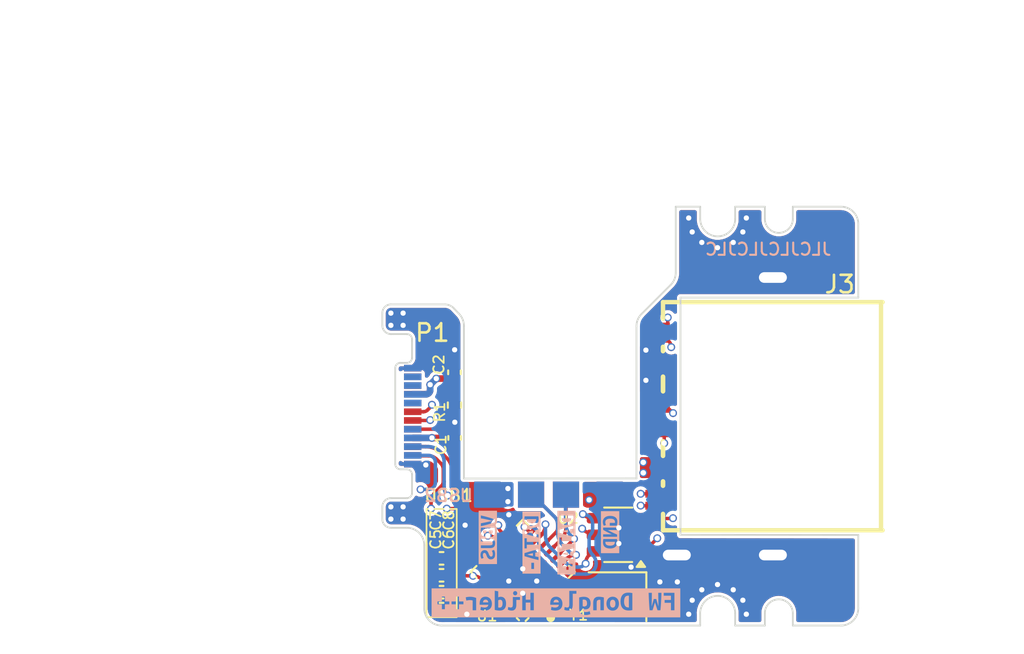
<source format=kicad_pcb>
(kicad_pcb (version 20240108) (generator "pcbnew") (generator_version "8.0")
  (layers (0 "F.Cu" signal) (1 "In1.Cu" signal) (2 "In2.Cu" signal) (31 "B.Cu" signal) (34 "B.Paste" user) (35 "F.Paste" user) (36 "B.SilkS" user "B.Silkscreen") (37 "F.SilkS" user "F.Silkscreen") (38 "B.Mask" user) (39 "F.Mask" user) (44 "Edge.Cuts" user))
  (net 0 "")
  (net 1 "VBUS")
  (net 2 "GND")
  (net 3 "Net-(U1-VDD33)")
  (net 6 "RX+")
  (net 7 "Net-(P1-D+)")
  (net 8 "RX-")
  (net 10 "TX+")
  (net 11 "Net-(P1-D-)")
  (net 12 "Net-(P1-CC)")
  (net 19 "TX-")
  (net 20 "Net-(U1-DP1+)")
  (net 23 "Net-(U1-DP3+)")
  (net 26 "Net-(U1-XO)")
  (net 27 "Net-(U1-DM1-)")
  (net 29 "Net-(U1-XI)")
  (net 30 "Net-(U1-DM3-)")
  (net 33 "Net-(U1-DM2-)")
  (net 35 "Net-(U1-DP2+)")
  (net 36 "Net-(J3-D+)")
  (net 37 "Net-(J3-D-)")
  (footprint "Capacitor_SMD:C_0402_1005Metric" (layer "F.Cu") (at 138.9775 110.86 180)
    (property "Reference" "C6" (at -0.41 2.06 90) (layer "F.SilkS") (effects (font (size 0.6 0.6) (thickness 0.1) (bold yes))))
    (property "Value" "10u")
    (pad "1" smd roundrect (at -0.48 0 180) (size 0.56 0.62) (layers "F.Cu" "F.Paste" "F.Mask") (net 3 "Net-(U1-VDD33)"))
    (pad "2" smd roundrect (at 0.48 0 180) (size 0.56 0.62) (layers "F.Cu" "F.Paste" "F.Mask") (net 2 "GND"))
  )
  (footprint "Capacitor_SMD:C_0402_1005Metric" (layer "F.Cu") (at 139.7175 99.23 90)
    (property "Reference" "C2" (at 0.44 -0.89 90) (layer "F.SilkS") (effects (font (size 0.6 0.6) (thickness 0.1) (bold yes))))
    (property "Value" "10n")
    (pad "1" smd roundrect (at -0.48 0 90) (size 0.56 0.62) (layers "F.Cu" "F.Paste" "F.Mask") (net 1 "VBUS"))
    (pad "2" smd roundrect (at 0.48 0 90) (size 0.56 0.62) (layers "F.Cu" "F.Paste" "F.Mask") (net 2 "GND"))
  )
  (footprint "Capacitor_SMD:C_0402_1005Metric" (layer "F.Cu") (at 138.9775 109.89 180)
    (property "Reference" "C5" (at 0.33 1.09 90) (layer "F.SilkS") (effects (font (size 0.6 0.6) (thickness 0.1) (bold yes))))
    (property "Value" "1u")
    (pad "1" smd roundrect (at -0.48 0 180) (size 0.56 0.62) (layers "F.Cu" "F.Paste" "F.Mask") (net 1 "VBUS"))
    (pad "2" smd roundrect (at 0.48 0 180) (size 0.56 0.62) (layers "F.Cu" "F.Paste" "F.Mask") (net 2 "GND"))
  )
  (footprint "Crystal:Crystal_SMD_2520-4Pin_2.5x2.0mm" (layer "F.Cu") (at 149.0525 112.09 180)
    (property "Reference" "Y1" (at 2.225 -1.05 0) (layer "F.SilkS") (effects (font (size 0.6 0.6) (thickness 0.1) (bold yes))))
    (property "Value" "12MHz")
    (pad "1" smd rect (at -0.875 0.7 180) (size 1.15 1) (layers "F.Cu" "F.Paste" "F.Mask") (net 29 "Net-(U1-XI)"))
    (pad "2" smd rect (at 0.875 0.7 180) (size 1.15 1) (layers "F.Cu" "F.Paste" "F.Mask") (net 2 "GND"))
    (pad "3" smd rect (at 0.875 -0.7 180) (size 1.15 1) (layers "F.Cu" "F.Paste" "F.Mask") (net 26 "Net-(U1-XO)"))
    (pad "4" smd rect (at -0.875 -0.7 180) (size 1.15 1) (layers "F.Cu" "F.Paste" "F.Mask") (net 2 "GND"))
  )
  (footprint "Library:USB_SolderPads" (layer "F.Cu") (at 145.1025 106.24 180)
    (property "Reference" "USB1" (at 5.725 -0.05 0) (layer "F.SilkS") (effects (font (size 0.7 0.7) (thickness 0.12))))
    (property "Value" "USB Dongle")
    (pad "1" smd rect (at -3.5 0 180) (size 1.5 1.5) (layers "F.Cu" "F.Mask") (net 1 "VBUS"))
    (pad "2" smd rect (at -1 0 180) (size 1.5 1.5) (layers "F.Cu" "F.Mask") (net 33 "Net-(U1-DM2-)"))
    (pad "3" smd rect (at 1 0 180) (size 1.5 1.5) (layers "F.Cu" "F.Mask") (net 35 "Net-(U1-DP2+)"))
    (pad "4" smd rect (at 3.5 0 180) (size 1.5 1.5) (layers "F.Cu" "F.Mask") (net 2 "GND"))
  )
  (footprint "Capacitor_SMD:C_0402_1005Metric" (layer "F.Cu") (at 138.9775 111.83 180)
    (property "Reference" "C7" (at 0.33 4.11 90) (layer "F.SilkS") (effects (font (size 0.6 0.6) (thickness 0.1) (bold yes))))
    (property "Value" "100n")
    (pad "1" smd roundrect (at -0.48 0 180) (size 0.56 0.62) (layers "F.Cu" "F.Paste" "F.Mask") (net 3 "Net-(U1-VDD33)"))
    (pad "2" smd roundrect (at 0.48 0 180) (size 0.56 0.62) (layers "F.Cu" "F.Paste" "F.Mask") (net 2 "GND"))
  )
  (footprint "Package_TO_SOT_SMD:SOT-23-6" (layer "F.Cu") (at 149.09 108.54 180)
    (property "Reference" "U2" (at 2.8625 0.95 0) (layer "F.SilkS") (effects (font (size 0.6 0.6) (thickness 0.1) (bold yes))))
    (property "Value" "USBLC6-2SC6")
    (pad "1" smd roundrect (at -1.1375 -0.95 180) (size 1.325 0.6) (layers "F.Cu" "F.Paste" "F.Mask") (net 37 "Net-(J3-D-)"))
    (pad "2" smd roundrect (at -1.1375 0 180) (size 1.325 0.6) (layers "F.Cu" "F.Paste" "F.Mask") (net 2 "GND"))
    (pad "3" smd roundrect (at -1.1375 0.95 180) (size 1.325 0.6) (layers "F.Cu" "F.Paste" "F.Mask") (net 36 "Net-(J3-D+)"))
    (pad "4" smd roundrect (at 1.1375 0.95 180) (size 1.325 0.6) (layers "F.Cu" "F.Paste" "F.Mask") (net 20 "Net-(U1-DP1+)"))
    (pad "5" smd roundrect (at 1.1375 0 180) (size 1.325 0.6) (layers "F.Cu" "F.Paste" "F.Mask") (net 1 "VBUS"))
    (pad "6" smd roundrect (at 1.1375 -0.95 180) (size 1.325 0.6) (layers "F.Cu" "F.Paste" "F.Mask") (net 27 "Net-(U1-DM1-)"))
  )
  (footprint "Package_DFN_QFN:QFN-24-1EP_4x4mm_P0.5mm_EP2.7x2.7mm" (layer "F.Cu") (at 143.623686 110.661581 90)
    (property "Reference" "U1" (at -2.528419 -2.046186 180) (layer "F.SilkS") (effects (font (size 0.6 0.6) (thickness 0.1) (bold yes))))
    (property "Value" "CH334F")
    (pad "1" smd roundrect (at -2.271581 0.503814 135) (size 0.825 0.25) (layers "F.Cu" "F.Paste" "F.Mask"))
    (pad "2" smd roundrect (at -1.918027 0.857367 135) (size 0.825 0.25) (layers "F.Cu" "F.Paste" "F.Mask"))
    (pad "3" smd roundrect (at -1.564474 1.21092 135) (size 0.825 0.25) (layers "F.Cu" "F.Paste" "F.Mask") (net 26 "Net-(U1-XO)"))
    (pad "4" smd roundrect (at -1.21092 1.564474 135) (size 0.825 0.25) (layers "F.Cu" "F.Paste" "F.Mask") (net 29 "Net-(U1-XI)"))
    (pad "5" smd roundrect (at -0.857367 1.918027 135) (size 0.825 0.25) (layers "F.Cu" "F.Paste" "F.Mask"))
    (pad "6" smd roundrect (at -0.503814 2.271581 135) (size 0.825 0.25) (layers "F.Cu" "F.Paste" "F.Mask"))
    (pad "7" smd roundrect (at 0.503814 2.271581 135) (size 0.25 0.825) (layers "F.Cu" "F.Paste" "F.Mask") (net 30 "Net-(U1-DM3-)"))
    (pad "8" smd roundrect (at 0.857367 1.918027 135) (size 0.25 0.825) (layers "F.Cu" "F.Paste" "F.Mask") (net 23 "Net-(U1-DP3+)"))
    (pad "9" smd roundrect (at 1.21092 1.564474 135) (size 0.25 0.825) (layers "F.Cu" "F.Paste" "F.Mask") (net 33 "Net-(U1-DM2-)"))
    (pad "10" smd roundrect (at 1.564474 1.21092 135) (size 0.25 0.825) (layers "F.Cu" "F.Paste" "F.Mask") (net 35 "Net-(U1-DP2+)"))
    (pad "11" smd roundrect (at 1.918027 0.857367 135) (size 0.25 0.825) (layers "F.Cu" "F.Paste" "F.Mask") (net 27 "Net-(U1-DM1-)"))
    (pad "12" smd roundrect (at 2.271581 0.503814 135) (size 0.25 0.825) (layers "F.Cu" "F.Paste" "F.Mask") (net 20 "Net-(U1-DP1+)"))
    (pad "13" smd roundrect (at 2.271581 -0.503814 135) (size 0.825 0.25) (layers "F.Cu" "F.Paste" "F.Mask"))
    (pad "14" smd roundrect (at 1.918027 -0.857367 135) (size 0.825 0.25) (layers "F.Cu" "F.Paste" "F.Mask") (net 11 "Net-(P1-D-)"))
    (pad "15" smd roundrect (at 1.564474 -1.21092 135) (size 0.825 0.25) (layers "F.Cu" "F.Paste" "F.Mask") (net 7 "Net-(P1-D+)"))
    (pad "16" smd roundrect (at 1.21092 -1.564474 135) (size 0.825 0.25) (layers "F.Cu" "F.Paste" "F.Mask"))
    (pad "17" smd roundrect (at 0.857367 -1.918027 135) (size 0.825 0.25) (layers "F.Cu" "F.Paste" "F.Mask"))
    (pad "18" smd roundrect (at 0.503814 -2.271581 135) (size 0.825 0.25) (layers "F.Cu" "F.Paste" "F.Mask"))
    (pad "19" smd roundrect (at -0.503814 -2.271581 135) (size 0.25 0.825) (layers "F.Cu" "F.Paste" "F.Mask") (net 1 "VBUS"))
    (pad "20" smd roundrect (at -0.857367 -1.918027 135) (size 0.25 0.825) (layers "F.Cu" "F.Paste" "F.Mask") (net 3 "Net-(U1-VDD33)"))
    (pad "21" smd roundrect (at -1.21092 -1.564474 135) (size 0.25 0.825) (layers "F.Cu" "F.Paste" "F.Mask"))
    (pad "22" smd roundrect (at -1.564474 -1.21092 135) (size 0.25 0.825) (layers "F.Cu" "F.Paste" "F.Mask"))
    (pad "23" smd roundrect (at -1.918027 -0.857367 135) (size 0.25 0.825) (layers "F.Cu" "F.Paste" "F.Mask"))
    (pad "24" smd roundrect (at -2.271581 -0.503814 135) (size 0.25 0.825) (layers "F.Cu" "F.Paste" "F.Mask"))
    (pad "25" smd rect (at 0 0 135) (size 2.7 2.7) (property pad_prop_heatsink) (layers "F.Cu" "F.Mask") (net 2 "GND"))
  )
  (footprint "Connector_USB:USB_C_Plug_Molex_105444" (layer "F.Cu") (at 137.2875 101.74 90)
    (property "Reference" "P1" (at 4.775 1.165 180) (layer "F.SilkS"))
    (property "Value" "USB_C_Plug")
    (pad "A1" smd rect (at -2.75 0.04 90) (size 0.38 1) (layers "F.Cu" "F.Paste" "F.Mask") (net 2 "GND"))
    (pad "A2" smd rect (at -2.25 0.04 90) (size 0.38 1) (layers "F.Cu" "F.Paste" "F.Mask") (net 10 "TX+"))
    (pad "A3" smd rect (at -1.75 0.04 90) (size 0.38 1) (layers "F.Cu" "F.Paste" "F.Mask") (net 19 "TX-"))
    (pad "A4" smd rect (at -1.25 0.04 90) (size 0.38 1) (layers "F.Cu" "F.Paste" "F.Mask") (net 1 "VBUS"))
    (pad "A5" smd rect (at -0.75 0.04 90) (size 0.38 1) (layers "F.Cu" "F.Paste" "F.Mask") (net 12 "Net-(P1-CC)"))
    (pad "A6" smd rect (at -0.25 0.04 90) (size 0.38 1) (layers "F.Cu" "F.Paste" "F.Mask") (net 7 "Net-(P1-D+)"))
    (pad "A7" smd rect (at 0.25 0.04 90) (size 0.38 1) (layers "F.Cu" "F.Paste" "F.Mask") (net 11 "Net-(P1-D-)"))
    (pad "A8" smd rect (at 0.75 0.04 90) (size 0.38 1) (layers "F.Cu" "F.Paste" "F.Mask"))
    (pad "A9" smd rect (at 1.25 0.04 90) (size 0.38 1) (layers "F.Cu" "F.Paste" "F.Mask") (net 1 "VBUS"))
    (pad "A10" smd rect (at 1.75 0.04 90) (size 0.38 1) (layers "F.Cu" "F.Paste" "F.Mask"))
    (pad "A11" smd rect (at 2.25 0.04 90) (size 0.38 1) (layers "F.Cu" "F.Paste" "F.Mask"))
    (pad "A12" smd rect (at 2.75 0.04 90) (size 0.38 1) (layers "F.Cu" "F.Paste" "F.Mask") (net 2 "GND"))
    (pad "B1" smd rect (at 2.75 0.04 90) (size 0.38 1) (layers "B.Cu" "B.Paste" "B.Mask") (net 2 "GND"))
    (pad "B2" smd rect (at 2.25 0.04 90) (size 0.38 1) (layers "B.Cu" "B.Paste" "B.Mask"))
    (pad "B3" smd rect (at 1.75 0.04 90) (size 0.38 1) (layers "B.Cu" "B.Paste" "B.Mask"))
    (pad "B4" smd rect (at 1.25 0.04 90) (size 0.38 1) (layers "B.Cu" "B.Paste" "B.Mask") (net 1 "VBUS"))
    (pad "B5" smd rect (at 0.75 0.04 90) (size 0.38 1) (layers "B.Cu" "B.Paste" "B.Mask"))
    (pad "B8" smd rect (at -0.75 0.04 90) (size 0.38 1) (layers "B.Cu" "B.Paste" "B.Mask"))
    (pad "B9" smd rect (at -1.25 0.04 90) (size 0.38 1) (layers "B.Cu" "B.Paste" "B.Mask") (net 1 "VBUS"))
    (pad "B10" smd rect (at -1.75 0.04 90) (size 0.38 1) (layers "B.Cu" "B.Paste" "B.Mask") (net 8 "RX-"))
    (pad "B11" smd rect (at -2.25 0.04 90) (size 0.38 1) (layers "B.Cu" "B.Paste" "B.Mask") (net 6 "RX+"))
    (pad "B12" smd rect (at -2.75 0.04 90) (size 0.38 1) (layers "B.Cu" "B.Paste" "B.Mask") (net 2 "GND"))
    (pad "S1" smd rect (at -3.42 0.88 90) (size 0.7 1.15) (layers "F.Cu" "F.Paste" "F.Mask") (net 2 "GND"))
    (pad "S1" smd rect (at 3.42 0.88 90) (size 0.7 1.15) (layers "B.Cu" "B.Paste" "B.Mask") (net 2 "GND"))
  )
  (footprint "Fiducial:Fiducial_0.5mm_Mask1.5mm" (layer "F.Cu") (at 161.5775 90.94)
    (property "Reference" "REF**" (hide yes))
    (property "Value" "Fiducial_0.5mm_Mask1.5mm")
    (pad "" smd circle (at 0 0) (size 0.5 0.5) (layers "F.Cu" "F.Mask") (clearance 0.5))
  )
  (footprint "easyeda2kicad:USB-A-SMD_HC-USB3.0-C345-P" (layer "F.Cu") (at 154.4475 101.75 90)
    (property "Reference" "J3" (at 7.56 7.33 180) (layer "F.SilkS"))
    (property "Value" "USB3_A")
    (pad "1" smd rect (at -3 -3.1 90) (size 1 1.4) (layers "F.Cu" "F.Paste" "F.Mask") (net 1 "VBUS"))
    (pad "2" smd rect (at -0.7 -3.1 90) (size 1 1.4) (layers "F.Cu" "F.Paste" "F.Mask") (net 37 "Net-(J3-D-)"))
    (pad "3" smd rect (at 0.7 -3.1 90) (size 1 1.4) (layers "F.Cu" "F.Paste" "F.Mask") (net 36 "Net-(J3-D+)"))
    (pad "4" smd rect (at 3 -3.1 90) (size 1 1.4) (layers "F.Cu" "F.Paste" "F.Mask") (net 2 "GND"))
    (pad "5" smd rect (at 5.14 -3.1 90) (size 0.45 1.4) (layers "F.Cu" "F.Paste" "F.Mask") (net 8 "RX-"))
    (pad "6" smd rect (at 4.44 -3.1 90) (size 0.45 1.4) (layers "F.Cu" "F.Paste" "F.Mask") (net 6 "RX+"))
    (pad "8" smd rect (at -4.44 -3.1 90) (size 0.45 1.4) (layers "F.Cu" "F.Paste" "F.Mask") (net 19 "TX-"))
    (pad "9" smd rect (at -5.1275 -3.1 90) (size 0.455 1.4) (layers "F.Cu" "F.Paste" "F.Mask") (net 10 "TX+"))
    (pad "10" thru_hole oval (at -7.95 -2 90) (size 1.3 2.5) (drill oval 0.6096 1.599997) (layers "*.Cu" "*.Mask") (net 2 "GND"))
    (pad "11" thru_hole oval (at -7.95 3.5 90) (size 1.3 2.5) (drill oval 0.6096 1.599997) (layers "*.Cu" "*.Mask") (net 2 "GND"))
    (pad "12" thru_hole oval (at 7.95 3.5 90) (size 1.3 2.5) (drill oval 0.6096 1.599997) (layers "*.Cu" "*.Mask") (net 2 "GND"))
  )
  (footprint "Fiducial:Fiducial_0.5mm_Mask1.5mm" (layer "F.Cu") (at 161.6275 112.54)
    (property "Reference" "REF**" (hide yes))
    (property "Value" "Fiducial_0.5mm_Mask1.5mm")
    (pad "" smd circle (at 0 0) (size 0.5 0.5) (layers "F.Cu" "F.Mask") (clearance 0.5))
  )
  (footprint "Resistor_SMD:R_0402_1005Metric" (layer "F.Cu") (at 139.7175 101.11 -90)
    (property "Reference" "R1" (at 0.405 0.85 90) (layer "F.SilkS") (effects (font (size 0.6 0.6) (thickness 0.1) (bold yes))))
    (property "Value" "5k1")
    (pad "1" smd roundrect (at -0.51 0 270) (size 0.54 0.64) (layers "F.Cu" "F.Paste" "F.Mask") (net 12 "Net-(P1-CC)"))
    (pad "2" smd roundrect (at 0.51 0 270) (size 0.54 0.64) (layers "F.Cu" "F.Paste" "F.Mask") (net 2 "GND"))
  )
  (footprint "Capacitor_SMD:C_0402_1005Metric" (layer "F.Cu") (at 139.7275 102.99 90)
    (property "Reference" "C1" (at -0.4 -0.785 90) (layer "F.SilkS") (effects (font (size 0.6 0.6) (thickness 0.1) (bold yes))))
    (property "Value" "10n")
    (pad "1" smd roundrect (at -0.48 0 90) (size 0.56 0.62) (layers "F.Cu" "F.Paste" "F.Mask") (net 1 "VBUS"))
    (pad "2" smd roundrect (at 0.48 0 90) (size 0.56 0.62) (layers "F.Cu" "F.Paste" "F.Mask") (net 2 "GND"))
  )
  (footprint "Capacitor_SMD:C_0402_1005Metric" (layer "F.Cu") (at 138.9775 112.8 180)
    (property "Reference" "C8" (at -0.41 5.08 90) (layer "F.SilkS") (effects (font (size 0.6 0.6) (thickness 0.1) (bold yes))))
    (property "Value" "1u")
    (pad "1" smd roundrect (at -0.48 0 180) (size 0.56 0.62) (layers "F.Cu" "F.Paste" "F.Mask") (net 3 "Net-(U1-VDD33)"))
    (pad "2" smd roundrect (at 0.48 0 180) (size 0.56 0.62) (layers "F.Cu" "F.Paste" "F.Mask") (net 2 "GND"))
  )
  (footprint "kibuzzard-67B71C3E" (layer "B.Cu") (at 144.1275 108.99 -90)
    (property "Reference" "kibuzzard-67B71C3E" (hide yes))
    (property "Value" "G***" (hide yes))
  )
  (footprint "kibuzzard-67B71C1E" (layer "B.Cu") (at 141.6275 108.69 -90)
    (property "Reference" "kibuzzard-67B71C1E" (hide yes))
    (property "Value" "G***" (hide yes))
  )
  (footprint "kibuzzard-67B71FEC" (layer "B.Cu") (at 145.5275 112.44 180)
    (property "Reference" "kibuzzard-67B71FEC" (hide yes))
    (property "Value" "G***" (hide yes))
  )
  (footprint "kibuzzard-67B71C39" (layer "B.Cu") (at 146.1275 108.99 -90)
    (property "Reference" "kibuzzard-67B71C39" (hide yes))
    (property "Value" "G***" (hide yes))
  )
  (footprint "kibuzzard-67B71C43" (layer "B.Cu") (at 148.6275 108.39 -90)
    (property "Reference" "kibuzzard-67B71C43" (hide yes))
    (property "Value" "G***" (hide yes))
  )
  (footprint "Library:USB_SolderPads" (layer "B.Cu") (at 145.1025 106.24)
    (property "Reference" "USB2" (at -5.725 0.05 0) (layer "B.SilkS") (effects (font (size 0.7 0.7) (thickness 0.12)) (justify mirror)))
    (property "Value" "USB Dongle")
    (pad "1" smd rect (at -3.5 0) (size 1.5 1.5) (layers "B.Cu" "B.Mask") (net 1 "VBUS"))
    (pad "2" smd rect (at -1 0) (size 1.5 1.5) (layers "B.Cu" "B.Mask") (net 30 "Net-(U1-DM3-)"))
    (pad "3" smd rect (at 1 0) (size 1.5 1.5) (layers "B.Cu" "B.Mask") (net 23 "Net-(U1-DP3+)"))
    (pad "4" smd rect (at 3.5 0) (size 1.5 1.5) (layers "B.Cu" "B.Mask") (net 2 "GND"))
  )
  (gr_circle (center 145.2275 113.29) (end 145.4275 113.29) (stroke (width 0.1)) (fill solid) (layer "F.SilkS"))
  (gr_rect (start 138.1175 107.06) (end 139.8475 113.26) (stroke (width 0.1)) (fill none) (layer "F.SilkS"))
  (gr_arc (start 139.190472 95.340001) (mid 139.468711 95.407906) (end 139.697912 95.579634) (stroke (width 0.1)) (layer "Edge.Cuts"))
  (gr_line (start 157.487461 113.74) (end 157.487461 113.04) (stroke (width 0.1)) (layer "Edge.Cuts"))
  (gr_line (start 162.8375 94.95) (end 152.6575 94.95) (stroke (width 0.1)) (layer "Edge.Cuts"))
  (gr_line (start 162.8375 108.55) (end 162.837427 112.740216) (stroke (width 0.1)) (layer "Edge.Cuts"))
  (gr_line (start 153.7875 113.74) (end 153.786318 113.086686) (stroke (width 0.1)) (layer "Edge.Cuts"))
  (gr_arc (start 137.085707 108.142407) (mid 137.730252 108.466845) (end 137.987461 109.141024) (stroke (width 0.1)) (layer "Edge.Cuts"))
  (gr_line (start 137.287461 105.092624) (end 137.287461 106.04) (stroke (width 0.1)) (layer "Edge.Cuts"))
  (gr_arc (start 157.489977 112.950131) (mid 158.330597 112.238603) (end 159.087461 113.03859) (stroke (width 0.1)) (layer "Edge.Cuts"))
  (gr_line (start 150.136393 96.587969) (end 150.1375 105.31) (stroke (width 0.1)) (layer "Edge.Cuts"))
  (gr_line (start 136.987461 108.14) (end 137.085707 108.142407) (stroke (width 0.1)) (layer "Edge.Cuts"))
  (gr_line (start 153.787461 90.441333) (end 153.787461 89.74) (stroke (width 0.1)) (layer "Edge.Cuts"))
  (gr_arc (start 137.28458 106.199091) (mid 137.178858 106.374822) (end 136.984419 106.44) (stroke (width 0.1)) (layer "Edge.Cuts"))
  (gr_line (start 136.984419 106.44) (end 136.087461 106.44) (stroke (width 0.1)) (layer "Edge.Cuts"))
  (gr_line (start 136.087411 108.14) (end 136.987461 108.14) (stroke (width 0.1)) (layer "Edge.Cuts"))
  (gr_line (start 162.8375 94.95) (end 162.837461 90.74) (stroke (width 0.1)) (layer "Edge.Cuts"))
  (gr_arc (start 135.587461 95.840006) (mid 135.710275 95.508435) (end 136.022305 95.342126) (stroke (width 0.1)) (layer "Edge.Cuts"))
  (gr_line (start 135.587461 106.940006) (end 135.587461 107.64) (stroke (width 0.1)) (layer "Edge.Cuts"))
  (gr_arc (start 137.046566 97.042882) (mid 137.2221 97.148465) (end 137.287461 97.342624) (stroke (width 0.1)) (layer "Edge.Cuts"))
  (gr_line (start 152.384846 93.519206) (end 152.384846 89.74) (stroke (width 0.1)) (layer "Edge.Cuts"))
  (gr_line (start 136.6275 104.79) (end 136.987461 104.79) (stroke (width 0.1)) (layer "Edge.Cuts"))
  (gr_line (start 138.987253 113.74) (end 153.7875 113.74) (stroke (width 0.1)) (layer "Edge.Cuts"))
  (gr_line (start 139.966832 95.865648) (end 139.6975 95.58) (stroke (width 0.1)) (layer "Edge.Cuts"))
  (gr_line (start 137.287461 97.44) (end 137.287461 98.39) (stroke (width 0.1)) (layer "Edge.Cuts"))
  (gr_line (start 159.087461 90.44) (end 159.084946 90.529846) (stroke (width 0.1)) (layer "Edge.Cuts"))
  (gr_line (start 136.627461 98.69) (end 136.568215 98.692889) (stroke (width 0.1)) (layer "Edge.Cuts"))
  (gr_line (start 136.987461 97.04) (end 137.046566 97.042882) (stroke (width 0.1)) (layer "Edge.Cuts"))
  (gr_arc (start 139.967752 95.864729) (mid 140.184365 96.189616) (end 140.259726 96.572756) (stroke (width 0.1)) (layer "Edge.Cuts"))
  (gr_arc (start 138.987253 113.739999) (mid 138.313903 113.482332) (end 137.989893 112.838261) (stroke (width 0.1)) (layer "Edge.Cuts"))
  (gr_arc (start 137.28458 98.449091) (mid 137.178858 98.624822) (end 136.984419 98.69) (stroke (width 0.1)) (layer "Edge.Cuts"))
  (gr_line (start 137.987461 112.74) (end 137.989868 112.838263) (stroke (width 0.1)) (layer "Edge.Cuts"))
  (gr_line (start 136.087461 95.34) (end 136.022305 95.342126) (stroke (width 0.1)) (layer "Edge.Cuts"))
  (gr_line (start 136.087461 106.44) (end 136.022305 106.442126) (stroke (width 0.1)) (layer "Edge.Cuts"))
  (gr_line (start 135.587461 107.64) (end 135.589599 107.705542) (stroke (width 0.1)) (layer "Edge.Cuts"))
  (gr_line (start 136.984419 98.69) (end 136.627461 98.69) (stroke (width 0.1)) (layer "Edge.Cuts"))
  (gr_line (start 136.987461 104.79) (end 137.046566 104.792882) (stroke (width 0.1)) (layer "Edge.Cuts"))
  (gr_line (start 157.487461 90.441413) (end 157.487461 89.74) (stroke (width 0.1)) (layer "Edge.Cuts"))
  (gr_line (start 155.787461 113.74) (end 157.487461 113.74) (stroke (width 0.1)) (layer "Edge.Cuts"))
  (gr_line (start 137.287461 97.342624) (end 137.287461 97.44) (stroke (width 0.1)) (layer "Edge.Cuts"))
  (gr_arc (start 135.587461 106.940006) (mid 135.710275 106.608435) (end 136.022305 106.442126) (stroke (width 0.1)) (layer "Edge.Cuts"))
  (gr_line (start 136.087391 97.04) (end 136.987461 97.04) (stroke (width 0.1)) (layer "Edge.Cuts"))
  (gr_line (start 137.987461 109.141024) (end 137.987461 112.74) (stroke (width 0.1)) (layer "Edge.Cuts"))
  (gr_arc (start 137.046566 104.792882) (mid 137.2221 104.898465) (end 137.287461 105.092624) (stroke (width 0.1)) (layer "Edge.Cuts"))
  (gr_line (start 152.6575 108.54) (end 162.8375 108.55) (stroke (width 0.1)) (layer "Edge.Cuts"))
  (gr_line (start 162.837461 90.74) (end 162.835049 90.641555) (stroke (width 0.1)) (layer "Edge.Cuts"))
  (gr_line (start 150.452621 95.865648) (end 152.089705 94.228563) (stroke (width 0.1)) (layer "Edge.Cuts"))
  (gr_arc (start 150.136393 96.587969) (mid 150.218402 96.193493) (end 150.452621 95.865648) (stroke (width 0.1)) (layer "Edge.Cuts"))
  (gr_arc (start 162.837461 112.740216) (mid 162.579863 113.413669) (end 161.935706 113.737593) (stroke (width 0.1)) (layer "Edge.Cuts"))
  (gr_line (start 159.087461 113.74) (end 161.837461 113.74) (stroke (width 0.1)) (layer "Edge.Cuts"))
  (gr_line (start 140.259726 96.572756) (end 140.259726 105.315579) (stroke (width 0.1)) (layer "Edge.Cuts"))
  (gr_arc (start 159.084946 90.529846) (mid 158.244416 91.241318) (end 157.487461 90.441413) (stroke (width 0.1)) (layer "Edge.Cuts"))
  (gr_line (start 157.487461 89.74) (end 155.787461 89.74) (stroke (width 0.1)) (layer "Edge.Cuts"))
  (gr_arc (start 136.087411 108.14) (mid 135.756083 108.017224) (end 135.589599 107.705542) (stroke (width 0.1)) (layer "Edge.Cuts"))
  (gr_line (start 159.087461 89.74) (end 159.087461 90.44) (stroke (width 0.1)) (layer "Edge.Cuts"))
  (gr_arc (start 136.327461 98.990007) (mid 136.393555 98.797445) (end 136.568215 98.692889) (stroke (width 0.1)) (layer "Edge.Cuts"))
  (gr_arc (start 152.385073 93.519205) (mid 152.307926 93.903252) (end 152.089704 94.228562) (stroke (width 0.1)) (layer "Edge.Cuts"))
  (gr_line (start 137.287461 106.04) (end 137.287461 106.14) (stroke (width 0.1)) (layer "Edge.Cuts"))
  (gr_line (start 135.587461 95.840006) (end 135.587461 96.54) (stroke (width 0.1)) (layer "Edge.Cuts"))
  (gr_line (start 153.787461 89.74) (end 152.384846 89.74) (stroke (width 0.1)) (layer "Edge.Cuts"))
  (gr_line (start 135.587461 96.54) (end 135.589592 96.605294) (stroke (width 0.1)) (layer "Edge.Cuts"))
  (gr_line (start 137.287461 106.14) (end 137.28458 106.199091) (stroke (width 0.1)) (layer "Edge.Cuts"))
  (gr_line (start 136.327461 98.990007) (end 136.327461 104.496281) (stroke (width 0.1)) (layer "Edge.Cuts"))
  (gr_arc (start 161.837663 89.74) (mid 162.510967 89.997605) (end 162.835049 90.641555) (stroke (width 0.1)) (layer "Edge.Cuts"))
  (gr_line (start 159.087461 113.03859) (end 159.087461 113.74) (stroke (width 0.1)) (layer "Edge.Cuts"))
  (gr_line (start 152.6575 94.95) (end 152.6575 108.54) (stroke (width 0.1)) (layer "Edge.Cuts"))
  (gr_line (start 155.787461 90.44) (end 155.785054 90.538257) (stroke (width 0.1)) (layer "Edge.Cuts"))
  (gr_line (start 161.837663 89.74) (end 159.087461 89.74) (stroke (width 0.1)) (layer "Edge.Cuts"))
  (gr_arc (start 136.6275 104.79) (mid 136.417531 104.704353) (end 136.327461 104.496281) (stroke (width 0.1)) (layer "Edge.Cuts"))
  (gr_arc (start 136.087391 97.04) (mid 135.755924 96.917196) (end 135.589592 96.605294) (stroke (width 0.1)) (layer "Edge.Cuts"))
  (gr_line (start 155.787461 89.74) (end 155.787461 90.44) (stroke (width 0.1)) (layer "Edge.Cuts"))
  (gr_line (start 161.837461 113.74) (end 161.935706 113.737593) (stroke (width 0.1)) (layer "Edge.Cuts"))
  (gr_arc (start 155.785054 90.538257) (mid 154.740081 91.441374) (end 153.787461 90.441333) (stroke (width 0.1)) (layer "Edge.Cuts"))
  (gr_line (start 137.287461 98.39) (end 137.28458 98.449091) (stroke (width 0.1)) (layer "Edge.Cuts"))
  (gr_line (start 140.259726 105.315579) (end 150.1375 105.31) (stroke (width 0.1)) (layer "Edge.Cuts"))
  (gr_arc (start 153.786318 113.086686) (mid 154.762386 112.037755) (end 155.787554 113.038671) (stroke (width 0.1)) (layer "Edge.Cuts"))
  (gr_line (start 139.190472 95.340001) (end 136.087461 95.34) (stroke (width 0.1)) (layer "Edge.Cuts"))
  (gr_line (start 157.487461 113.04) (end 157.489977 112.950131) (stroke (width 0.1)) (layer "Edge.Cuts"))
  (gr_line (start 155.787461 113.038671) (end 155.787461 113.74) (stroke (width 0.1)) (layer "Edge.Cuts"))
  (gr_text "JLCJLCJLCJLC" (at 157.6775 92.59 -0) (layer "B.SilkS") (effects (font (size 0.7 0.7) (thickness 0.12) (bold yes)) (justify bottom mirror)))
  (segment (start 137.3275 100.49) (end 138.0775 100.49) (width 0.38) (layer "F.Cu") (net 1))
  (segment (start 140.1775 110.64) (end 140.1775 110.19) (width 0.2) (layer "F.Cu") (net 1))
  (segment (start 138.3275 99.94) (end 138.6775 99.59) (width 0.38) (layer "F.Cu") (net 1))
  (segment (start 138.428545 102.991045) (end 138.86181 102.991045) (width 0.38) (layer "F.Cu") (net 1))
  (segment (start 138.6775 99.59) (end 139.427795 99.59) (width 0.38) (layer "F.Cu") (net 1))
  (segment (start 139.2775 103.19) (end 139.437291 103.349791) (width 0.38) (layer "F.Cu") (net 1))
  (segment (start 138.3275 100.24) (end 138.3275 99.94) (width 0.38) (layer "F.Cu") (net 1))
  (segment (start 140.7775 110.89) (end 140.4275 110.89) (width 0.2) (layer "F.Cu") (net 1))
  (segment (start 139.8775 109.89) (end 139.4575 109.89) (width 0.2) (layer "F.Cu") (net 1))
  (segment (start 137.3275 102.99) (end 138.4275 102.99) (width 0.38) (layer "F.Cu") (net 1))
  (segment (start 147.872474 108.54) (end 147.9525 108.54) (width 0.2) (layer "F.Cu") (net 1))
  (segment (start 141.288284 111.101573) (end 141.352105 111.165395) (width 0.2) (layer "F.Cu") (net 1))
  (segment (start 138.4275 102.99) (end 138.428545 102.991045) (width 0.38) (layer "F.Cu") (net 1))
  (via (at 138.4275 102.99) (size 0.45) (drill 0.3) (layers "F.Cu" "B.Cu") (net 1))
  (via (at 150.5275 104.99) (size 0.45) (drill 0.3) (layers "F.Cu" "B.Cu") (net 1))
  (via (at 140.7775 110.89) (size 0.45) (drill 0.3) (layers "F.Cu" "B.Cu") (net 1))
  (via (at 150.5275 104.39) (size 0.45) (drill 0.3) (layers "F.Cu" "B.Cu") (net 1))
  (via (at 150.5275 104.39) (size 0.45) (drill 0.3) (layers "F.Cu" "B.Cu") (net 1))
  (via (at 147.0275 108.19) (size 0.45) (drill 0.3) (layers "F.Cu" "B.Cu") (net 1))
  (via (at 142.7775 106.64) (size 0.45) (drill 0.3) (layers "F.Cu" "B.Cu") (net 1))
  (via (at 142.7775 105.89) (size 0.45) (drill 0.3) (layers "F.Cu" "B.Cu") (net 1))
  (via (at 147.4275 106.54) (size 0.45) (drill 0.3) (layers "F.Cu" "B.Cu") (net 1))
  (via (at 150.5275 104.99) (size 0.45) (drill 0.3) (layers "F.Cu" "B.Cu") (net 1))
  (via (at 138.6775 99.59) (size 0.45) (drill 0.3) (layers "F.Cu" "B.Cu") (net 1))
  (via (at 138.3275 99.94) (size 0.45) (drill 0.3) (layers "F.Cu" "B.Cu") (net 1))
  (arc (start 138.86181 102.991045) (mid 139.08661 103.055564) (end 139.2775 103.19) (width 0.38) (layer "F.Cu") (net 1))
  (arc (start 139.427795 99.59) (mid 139.584582 99.621187) (end 139.7175 99.71) (width 0.38) (layer "F.Cu") (net 1))
  (arc (start 147.0275 108.19) (mid 147.415177 108.449038) (end 147.872474 108.54) (width 0.2) (layer "F.Cu") (net 1))
  (arc (start 138.0775 100.49) (mid 138.254277 100.416777) (end 138.3275 100.24) (width 0.38) (layer "F.Cu") (net 1))
  (arc (start 140.4275 110.89) (mid 140.250723 110.816777) (end 140.1775 110.64) (width 0.2) (layer "F.Cu") (net 1))
  (arc (start 140.1775 110.19) (mid 140.089632 109.977868) (end 139.8775 109.89) (width 0.2) (layer "F.Cu") (net 1))
  (arc (start 139.437291 103.349791) (mid 139.57044 103.438758) (end 139.7275 103.47) (width 0.38) (layer "F.Cu") (net 1))
  (arc (start 140.7775 110.89) (mid 141.053934 110.944986) (end 141.288284 111.101573) (width 0.2) (layer "F.Cu") (net 1))
  (segment (start 138.3275 100.24) (end 138.3275 100.081421) (width 0.38) (layer "B.Cu") (net 1))
  (segment (start 138.4275 102.99) (end 137.3275 102.99) (width 0.38) (layer "B.Cu") (net 1))
  (segment (start 137.3275 100.49) (end 138.0775 100.49) (width 0.38) (layer "B.Cu") (net 1))
  (segment (start 138.4275 99.84) (end 138.6775 99.59) (width 0.38) (layer "B.Cu") (net 1))
  (arc (start 138.0775 100.49) (mid 138.254277 100.416777) (end 138.3275 100.24) (width 0.38) (layer "B.Cu") (net 1))
  (arc (start 138.3275 100.081421) (mid 138.353489 99.950765) (end 138.4275 99.84) (width 0.38) (layer "B.Cu") (net 1))
  (segment (start 139.7375 102.47) (end 139.7275 102.47) (width 0.6) (layer "F.Cu") (net 2))
  (segment (start 139.7375 101.668284) (end 139.7375 102.47) (width 0.6) (layer "F.Cu") (net 2))
  (segment (start 139.7175 101.62) (end 139.7175 101.632036) (width 0.6) (layer "F.Cu") (net 2))
  (segment (start 139.7175 101.632036) (end 139.739723 101.654259) (width 0.6) (layer "F.Cu") (net 2))
  (via (at 149.8275 110.39) (size 0.45) (drill 0.3) (layers "F.Cu" "B.Cu") (net 2))
  (via (at 142.8275 111.19) (size 0.45) (drill 0.3) (layers "F.Cu" "B.Cu") (net 2))
  (via (at 154.7775 92.09) (size 0.45) (drill 0.3) (layers "F.Cu" "B.Cu") (net 2))
  (via (at 138.0775 104.54) (size 0.45) (drill 0.3) (layers "F.Cu" "B.Cu") (net 2))
  (via (at 156.2275 112.29) (size 0.45) (drill 0.3) (layers "F.Cu" "B.Cu") (net 2))
  (via (at 152.4775 111.24) (size 0.45) (drill 0.3) (layers "F.Cu" "B.Cu") (net 2))
  (via (at 144.4275 111.19) (size 0.45) (drill 0.3) (layers "F.Cu" "B.Cu") (net 2))
  (via (at 139.7375 102.09) (size 0.45) (drill 0.3) (layers "F.Cu" "B.Cu") (net 2))
  (via (at 150.6775 99.69) (size 0.45) (drill 0.3) (layers "F.Cu" "B.Cu") (net 2))
  (via (at 156.4275 90.39) (size 0.45) (drill 0.3) (layers "F.Cu" "B.Cu") (net 2))
  (via (at 153.1275 90.39) (size 0.45) (drill 0.3) (layers "F.Cu" "B.Cu") (net 2))
  (via (at 154.7775 111.39) (size 0.45) (drill 0.3) (layers "F.Cu" "B.Cu") (net 2))
  (via (at 153.3275 112.29) (size 0.45) (drill 0.3) (layers "F.Cu" "B.Cu") (net 2))
  (via (at 149.1275 108.14) (size 0.45) (drill 0.3) (layers "F.Cu" "B.Cu") (net 2))
  (via (at 153.8775 111.69) (size 0.45) (drill 0.3) (layers "F.Cu" "B.Cu") (net 2))
  (via (at 155.6775 91.79) (size 0.45) (drill 0.3) (layers "F.Cu" "B.Cu") (net 2))
  (via (at 143.6275 110.49) (size 0.45) (drill 0.3) (layers "F.Cu" "B.Cu") (net 2))
  (via (at 149.1275 109.04) (size 0.45) (drill 0.3) (layers "F.Cu" "B.Cu") (net 2))
  (via (at 136.0775 95.84) (size 0.45) (drill 0.3) (layers "F.Cu" "B.Cu") (net 2))
  (via (at 153.1275 113.09) (size 0.45) (drill 0.3) (layers "F.Cu" "B.Cu") (net 2))
  (via (at 136.7775 95.84) (size 0.45) (drill 0.3) (layers "F.Cu" "B.Cu") (net 2))
  (via (at 136.7775 106.94) (size 0.45) (drill 0.3) (layers "F.Cu" "B.Cu") (net 2))
  (via (at 136.0775 107.64) (size 0.45) (drill 0.3) (layers "F.Cu" "B.Cu") (net 2))
  (via (at 142.8275 107.39) (size 0.45) (drill 0.3) (layers "F.Cu" "B.Cu") (net 2))
  (via (at 151.4775 111.24) (size 0.45) (drill 0.3) (layers "F.Cu" "B.Cu") (net 2))
  (via (at 140.4275 113.09) (size 0.45) (drill 0.3) (layers "F.Cu" "B.Cu") (net 2))
  (via (at 139.7275 97.94) (size 0.45) (drill 0.3) (layers "F.Cu" "B.Cu") (net 2))
  (via (at 143.6275 111.89) (size 0.45) (drill 0.3) (layers "F.Cu" "B.Cu") (net 2))
  (via (at 156.2275 91.19) (size 0.45) (drill 0.3) (layers "F.Cu" "B.Cu") (net 2))
  (via (at 136.0775 96.54) (size 0.45) (drill 0.3) (layers "F.Cu" "B.Cu") (net 2))
  (via (at 155.6775 111.69) (size 0.45) (drill 0.3) (layers "F.Cu" "B.Cu") (net 2))
  (via (at 136.0775 106.94) (size 0.45) (drill 0.3) (layers "F.Cu" "B.Cu") (net 2))
  (via (at 136.7775 96.54) (size 0.45) (drill 0.3) (layers "F.Cu" "B.Cu") (net 2))
  (via (at 153.8775 91.79) (size 0.45) (drill 0.3) (layers "F.Cu" "B.Cu") (net 2))
  (via (at 140.3275 107.99) (size 0.45) (drill 0.3) (layers "F.Cu" "B.Cu") (net 2))
  (via (at 156.4275 113.09) (size 0.45) (drill 0.3) (layers "F.Cu" "B.Cu") (net 2))
  (via (at 136.7775 107.64) (size 0.45) (drill 0.3) (layers "F.Cu" "B.Cu") (net 2))
  (via (at 150.6775 97.960002) (size 0.45) (drill 0.3) (layers "F.Cu" "B.Cu") (net 2))
  (via (at 153.3275 91.19) (size 0.45) (drill 0.3) (layers "F.Cu" "B.Cu") (net 2))
  (arc (start 139.739723 101.654259) (mid 139.73717 101.661591) (end 139.7375 101.668284) (width 0.6) (layer "F.Cu") (net 2))
  (segment (start 151.3475 97.31) (end 151.6475 97.31) (width 0.2) (layer "F.Cu") (net 6))
  (via (at 152.1275 97.79) (size 0.45) (drill 0.3) (layers "F.Cu" "B.Cu") (net 6))
  (via (at 137.7775 105.94) (size 0.45) (drill 0.3) (layers "F.Cu" "B.Cu") (net 6))
  (arc (start 151.6475 97.31) (mid 151.986911 97.450589) (end 152.1275 97.79) (width 0.2) (layer "F.Cu") (net 6))
  (segment (start 137.3275 103.99) (end 138.2275 103.99) (width 0.2) (layer "B.Cu") (net 6))
  (segment (start 138.2275 105.94) (end 137.7775 105.94) (width 0.2) (layer "B.Cu") (net 6))
  (segment (start 138.626216 104.337508) (end 138.626216 105.541284) (width 0.2) (layer "B.Cu") (net 6))
  (arc (start 138.626216 105.541284) (mid 138.509435 105.823219) (end 138.2275 105.94) (width 0.2) (layer "B.Cu") (net 6))
  (arc (start 138.2275 103.99) (mid 138.491238 104.089264) (end 138.626216 104.337508) (width 0.2) (layer "B.Cu") (net 6))
  (segment (start 137.3275 101.99) (end 138.3025 101.99) (width 0.2) (layer "F.Cu") (net 7))
  (segment (start 142.412766 109.097107) (end 142.102348 108.786689) (width 0.2) (layer "F.Cu") (net 7))
  (via (at 138.3275 101.965) (size 0.45) (drill 0.3) (layers "F.Cu" "B.Cu") (net 7))
  (via (at 141.6275 108.59) (size 0.45) (drill 0.3) (layers "F.Cu" "B.Cu") (net 7))
  (arc (start 138.3025 101.99) (mid 138.320178 101.982678) (end 138.3275 101.965) (width 0.2) (layer "F.Cu") (net 7))
  (arc (start 142.102348 108.786689) (mid 141.884486 108.641118) (end 141.6275 108.59) (width 0.2) (layer "F.Cu") (net 7))
  (segment (start 151.9275 96.61) (end 151.9275 96.09) (width 0.2) (layer "F.Cu") (net 8))
  (segment (start 151.3475 96.61) (end 151.9275 96.61) (width 0.2) (layer "F.Cu") (net 8))
  (via (at 151.9275 96.09) (size 0.45) (drill 0.3) (layers "F.Cu" "B.Cu") (net 8))
  (via (at 139.3275 106.29) (size 0.45) (drill 0.3) (layers "F.Cu" "B.Cu") (net 8))
  (segment (start 137.3275 103.49) (end 138.2275 103.49) (width 0.2) (layer "B.Cu") (net 8))
  (segment (start 139.125574 104.301547) (end 139.125574 105.488074) (width 0.2) (layer "B.Cu") (net 8))
  (segment (start 139.125574 105.488074) (end 139.1275 105.49) (width 0.2) (layer "B.Cu") (net 8))
  (segment (start 139.1275 105.49) (end 139.1275 105.807158) (width 0.2) (layer "B.Cu") (net 8))
  (arc (start 138.2275 103.49) (mid 138.831903 103.723144) (end 139.125574 104.301547) (width 0.2) (layer "B.Cu") (net 8))
  (arc (start 139.1275 105.807158) (mid 139.179479 106.06847) (end 139.3275 106.29) (width 0.2) (layer "B.Cu") (net 8))
  (segment (start 150.3775 106.865) (end 150.39 106.8775) (width 0.2) (layer "F.Cu") (net 10))
  (segment (start 139.0775 105.49) (end 139.0775 104.802132) (width 0.2) (layer "F.Cu") (net 10))
  (segment (start 138.9275 104.44) (end 138.696955 104.209455) (width 0.2) (layer "F.Cu") (net 10))
  (segment (start 138.3775 107.04) (end 138.3775 106.693553) (width 0.2) (layer "F.Cu") (net 10))
  (segment (start 138.6275 106.09) (end 138.971434 105.746066) (width 0.2) (layer "F.Cu") (net 10))
  (segment (start 150.39 106.8775) (end 151.3475 106.8775) (width 0.2) (layer "F.Cu") (net 10))
  (segment (start 138.2275 104.015) (end 137.363713 104.015) (width 0.2) (layer "F.Cu") (net 10))
  (via (at 138.3775 107.04) (size 0.45) (drill 0.3) (layers "F.Cu" "B.Cu") (net 10))
  (via (at 150.3775 106.865) (size 0.45) (drill 0.3) (layers "F.Cu" "B.Cu") (net 10))
  (arc (start 138.971434 105.746066) (mid 139.049934 105.628582) (end 139.0775 105.49) (width 0.2) (layer "F.Cu") (net 10))
  (arc (start 138.696955 104.209455) (mid 138.481568 104.065537) (end 138.2275 104.015) (width 0.2) (layer "F.Cu") (net 10))
  (arc (start 138.3775 106.693553) (mid 138.442473 106.366913) (end 138.6275 106.09) (width 0.2) (layer "F.Cu") (net 10))
  (arc (start 139.0775 104.802132) (mid 139.038516 104.606148) (end 138.9275 104.44) (width 0.2) (layer "F.Cu") (net 10))
  (arc (start 137.363713 104.015) (mid 137.344115 104.011102) (end 137.3275 104) (width 0.2) (layer "F.Cu") (net 10))
  (segment (start 137.3275 101.49) (end 137.936079 101.49) (width 0.2) (layer "F.Cu") (net 11))
  (segment (start 142.766319 108.743554) (end 142.379341 108.356576) (width 0.2) (layer "F.Cu") (net 11))
  (segment (start 138.1775 101.39) (end 138.392144 101.175356) (width 0.2) (layer "F.Cu") (net 11))
  (via (at 138.4275 101.09) (size 0.45) (drill 0.3) (layers "F.Cu" "B.Cu") (net 11))
  (via (at 142.2275 107.99) (size 0.45) (drill 0.3) (layers "F.Cu" "B.Cu") (net 11))
  (arc (start 142.379341 108.356576) (mid 142.266962 108.18839) (end 142.2275 107.99) (width 0.2) (layer "F.Cu") (net 11))
  (arc (start 137.936079 101.49) (mid 138.066735 101.46401) (end 138.1775 101.39) (width 0.2) (layer "F.Cu") (net 11))
  (arc (start 138.392144 101.175356) (mid 138.418311 101.136194) (end 138.4275 101.09) (width 0.2) (layer "F.Cu") (net 11))
  (segment (start 138.6275 102.49) (end 137.3275 102.49) (width 0.2) (layer "F.Cu") (net 12))
  (segment (start 139.7175 100.6) (end 139.289633 101.027867) (width 0.2) (layer "F.Cu") (net 12))
  (segment (start 139.0775 101.54) (end 139.0775 102.04) (width 0.2) (layer "F.Cu") (net 12))
  (arc (start 139.289633 101.027867) (mid 139.132632 101.262835) (end 139.0775 101.54) (width 0.2) (layer "F.Cu") (net 12))
  (arc (start 139.0775 102.04) (mid 138.945698 102.358198) (end 138.6275 102.49) (width 0.2) (layer "F.Cu") (net 12))
  (segment (start 137.3275 103.49) (end 138.061815 103.49) (width 0.2) (layer "F.Cu") (net 19))
  (segment (start 140.0275 106.272842) (end 140.0275 106.69) (width 0.2) (layer "F.Cu") (net 19))
  (segment (start 139.5775 104.89) (end 139.5775 105.186447) (width 0.2) (layer "F.Cu") (net 19))
  (segment (start 150.3775 106.19) (end 151.3475 106.19) (width 0.2) (layer "F.Cu") (net 19))
  (segment (start 139.0275 103.89) (end 139.259302 104.121802) (width 0.2) (layer "F.Cu") (net 19))
  (segment (start 139.6775 107.04) (end 139.2775 107.04) (width 0.2) (layer "F.Cu") (net 19))
  (via (at 139.2775 107.04) (size 0.45) (drill 0.3) (layers "F.Cu" "B.Cu") (net 19))
  (via (at 150.3775 106.19) (size 0.45) (drill 0.3) (layers "F.Cu" "B.Cu") (net 19))
  (arc (start 140.0275 106.69) (mid 139.924987 106.937487) (end 139.6775 107.04) (width 0.2) (layer "F.Cu") (net 19))
  (arc (start 139.5775 105.186447) (mid 139.642473 105.513087) (end 139.8275 105.79) (width 0.2) (layer "F.Cu") (net 19))
  (arc (start 139.8275 105.79) (mid 139.975521 106.01153) (end 140.0275 106.272842) (width 0.2) (layer "F.Cu") (net 19))
  (arc (start 139.259302 104.121802) (mid 139.494803 104.474255) (end 139.5775 104.89) (width 0.2) (layer "F.Cu") (net 19))
  (arc (start 138.061815 103.49) (mid 138.58444 103.593957) (end 139.0275 103.89) (width 0.2) (layer "F.Cu") (net 19))
  (segment (start 143.7275 108.09) (end 144.0275 108.39) (width 0.2) (layer "F.Cu") (net 20))
  (segment (start 144.0275 108.39) (end 144.1275 108.39) (width 0.2) (layer "F.Cu") (net 20))
  (segment (start 147.628899 107.59) (end 147.9525 107.59) (width 0.2) (layer "F.Cu") (net 20))
  (via (at 143.7275 108.09) (size 0.45) (drill 0.3) (layers "F.Cu" "B.Cu") (net 20))
  (via (at 147.066646 107.357107) (size 0.45) (drill 0.3) (layers "F.Cu" "B.Cu") (net 20))
  (arc (start 147.066646 107.357107) (mid 147.32461 107.529473) (end 147.628899 107.59) (width 0.2) (layer "F.Cu") (net 20))
  (segment (start 143.7275 108.09) (end 144.086079 108.09) (width 0.2) (layer "B.Cu") (net 20))
  (segment (start 144.5275 108.59) (end 144.5275 108.89) (width 0.2) (layer "B.Cu") (net 20))
  (segment (start 147.8275 110.19) (end 147.8275 110.172842) (width 0.2) (layer "B.Cu") (net 20))
  (segment (start 144.3275 108.19) (end 144.386078 108.248578) (width 0.2) (layer "B.Cu") (net 20))
  (segment (start 147.6275 108.248579) (end 147.6275 107.917961) (width 0.2) (layer "B.Cu") (net 20))
  (segment (start 147.4275 109.207158) (end 147.4275 108.731421) (width 0.2) (layer "B.Cu") (net 20))
  (segment (start 146.5275 110.79) (end 147.2275 110.79) (width 0.2) (layer "B.Cu") (net 20))
  (segment (start 144.739632 109.402132) (end 145.844657 110.507157) (width 0.2) (layer "B.Cu") (net 20))
  (arc (start 147.4275 108.731421) (mid 147.453489 108.600765) (end 147.5275 108.49) (width 0.2) (layer "B.Cu") (net 20))
  (arc (start 147.6275 109.69) (mid 147.479478 109.468471) (end 147.4275 109.207158) (width 0.2) (layer "B.Cu") (net 20))
  (arc (start 147.6275 107.917961) (mid 147.46323 107.521377) (end 147.066646 107.357107) (width 0.2) (layer "B.Cu") (net 20))
  (arc (start 147.8275 110.172842) (mid 147.775522 109.91153) (end 147.6275 109.69) (width 0.2) (layer "B.Cu") (net 20))
  (arc (start 144.5275 108.89) (mid 144.582631 109.167164) (end 144.739632 109.402132) (width 0.2) (layer "B.Cu") (net 20))
  (arc (start 144.386078 108.248578) (mid 144.490745 108.405224) (end 144.5275 108.59) (width 0.2) (layer "B.Cu") (net 20))
  (arc (start 145.844657 110.507157) (mid 146.157948 110.716491) (end 146.5275 110.79) (width 0.2) (layer "B.Cu") (net 20))
  (arc (start 144.086079 108.09) (mid 144.216735 108.115989) (end 144.3275 108.19) (width 0.2) (layer "B.Cu") (net 20))
  (arc (start 147.5275 108.49) (mid 147.601511 108.379235) (end 147.6275 108.248579) (width 0.2) (layer "B.Cu") (net 20))
  (arc (start 147.2275 110.79) (mid 147.651764 110.614264) (end 147.8275 110.19) (width 0.2) (layer "B.Cu") (net 20))
  (segment (start 145.541713 109.804214) (end 146.550233 108.795694) (width 0.2) (layer "F.Cu") (net 23))
  (via (at 146.561584 108.76829) (size 0.45) (drill 0.3) (layers "F.Cu" "B.Cu") (net 23))
  (arc (start 146.550233 108.795694) (mid 146.558634 108.783121) (end 146.561584 108.76829) (width 0.2) (layer "F.Cu") (net 23))
  (segment (start 146.561584 108.76829) (end 146.391601 108.598307) (width 0.2) (layer "B.Cu") (net 23))
  (segment (start 146.0775 107.84) (end 146.0775 106.300355) (width 0.2) (layer "B.Cu") (net 23))
  (arc (start 146.0775 106.300355) (mid 146.083997 106.267691) (end 146.1025 106.24) (width 0.2) (layer "B.Cu") (net 23))
  (arc (start 146.391601 108.598307) (mid 146.159132 108.250393) (end 146.0775 107.84) (width 0.2) (layer "B.Cu") (net 23))
  (segment (start 148.1775 112.79) (end 145.681978 112.79) (width 0.2) (layer "F.Cu") (net 26))
  (segment (start 144.834606 112.226055) (end 145.198113 112.589573) (width 0.2) (layer "F.Cu") (net 26))
  (arc (start 145.681978 112.79) (mid 145.420112 112.737911) (end 145.198113 112.589573) (width 0.2) (layer "F.Cu") (net 26))
  (segment (start 147.9275 109.49) (end 147.9525 109.49) (width 0.2) (layer "F.Cu") (net 27))
  (segment (start 144.481053 108.743554) (end 144.674987 108.54962) (width 0.2) (layer "F.Cu") (net 27))
  (via (at 147.2275 110.19) (size 0.45) (drill 0.3) (layers "F.Cu" "B.Cu") (net 27))
  (via (at 144.9275 107.94) (size 0.45) (drill 0.3) (layers "F.Cu" "B.Cu") (net 27))
  (arc (start 147.2275 110.19) (mid 147.432525 109.695025) (end 147.9275 109.49) (width 0.2) (layer "F.Cu") (net 27))
  (arc (start 144.674987 108.54962) (mid 144.861874 108.269924) (end 144.9275 107.94) (width 0.2) (layer "F.Cu") (net 27))
  (segment (start 147.168922 110.248579) (end 147.2275 110.19) (width 0.2) (layer "B.Cu") (net 27))
  (segment (start 146.7275 110.39) (end 146.8275 110.39) (width 0.2) (layer "B.Cu") (net 27))
  (segment (start 144.9275 107.94) (end 144.9275 108.565736) (width 0.2) (layer "B.Cu") (net 27))
  (segment (start 145.2275 109.29) (end 146.044657 110.107157) (width 0.2) (layer "B.Cu") (net 27))
  (arc (start 146.8275 110.39) (mid 147.012276 110.353246) (end 147.168922 110.248579) (width 0.2) (layer "B.Cu") (net 27))
  (arc (start 144.9275 108.565736) (mid 145.005468 108.957704) (end 145.2275 109.29) (width 0.2) (layer "B.Cu") (net 27))
  (arc (start 146.044657 110.107157) (mid 146.357948 110.316491) (end 146.7275 110.39) (width 0.2) (layer "B.Cu") (net 27))
  (segment (start 147.140799 112.280938) (end 147.274066 112.147671) (width 0.2) (layer "F.Cu") (net 29))
  (segment (start 145.18816 111.872501) (end 145.478083 112.162424) (width 0.2) (layer "F.Cu") (net 29))
  (segment (start 146.0275 112.39) (end 146.8775 112.39) (width 0.2) (layer "F.Cu") (net 29))
  (segment (start 149.3775 111.89) (end 149.842144 111.425355) (width 0.2) (layer "F.Cu") (net 29))
  (segment (start 147.4775 112.09) (end 148.9775 112.09) (width 0.2) (layer "F.Cu") (net 29))
  (segment (start 149.318922 111.948578) (end 149.3775 111.89) (width 0.2) (layer "F.Cu") (net 29))
  (arc (start 149.842144 111.425355) (mid 149.881306 111.399189) (end 149.9275 111.39) (width 0.2) (layer "F.Cu") (net 29))
  (arc (start 148.9775 112.09) (mid 149.162276 112.053246) (end 149.318922 111.948578) (width 0.2) (layer "F.Cu") (net 29))
  (arc (start 146.8775 112.39) (mid 147.019996 112.361656) (end 147.140799 112.280938) (width 0.2) (layer "F.Cu") (net 29))
  (arc (start 145.478083 112.162424) (mid 145.730158 112.330855) (end 146.0275 112.39) (width 0.2) (layer "F.Cu") (net 29))
  (arc (start 147.274066 112.147671) (mid 147.37238 112.105594) (end 147.4775 112.09) (width 0.2) (layer "F.Cu") (net 29))
  (segment (start 146.140673 109.912361) (end 145.895267 110.157767) (width 0.2) (layer "F.Cu") (net 30))
  (via (at 146.6775 109.69) (size 0.45) (drill 0.3) (layers "F.Cu" "B.Cu") (net 30))
  (arc (start 146.6775 109.69) (mid 146.386971 109.74779) (end 146.140673 109.912361) (width 0.2) (layer "F.Cu") (net 30))
  (segment (start 145.436079 107.498579) (end 145.2275 107.29) (width 0.2) (layer "B.Cu") (net 30))
  (segment (start 145.6275 108.415736) (end 145.6275 107.96071) (width 0.2) (layer "B.Cu") (net 30))
  (segment (start 146.336078 109.548579) (end 145.9275 109.14) (width 0.2) (layer "B.Cu") (net 30))
  (segment (start 145.2275 107.29) (end 144.230533 106.293033) (width 0.2) (layer "B.Cu") (net 30))
  (arc (start 145.6275 107.96071) (mid 145.577751 107.710606) (end 145.436079 107.498579) (width 0.2) (layer "B.Cu") (net 30))
  (arc (start 146.6775 109.69) (mid 146.492724 109.653246) (end 146.336078 109.548579) (width 0.2) (layer "B.Cu") (net 30))
  (arc (start 145.9275 109.14) (mid 145.705467 108.807705) (end 145.6275 108.415736) (width 0.2) (layer "B.Cu") (net 30))
  (arc (start 144.230533 106.293033) (mid 144.171791 106.253783) (end 144.1025 106.24) (width 0.2) (layer "B.Cu") (net 30))
  (segment (start 146.1025 106.24) (end 146.1025 108.108925) (width 0.2) (layer "F.Cu") (net 33))
  (segment (start 145.18816 109.450661) (end 145.800284 108.838537) (width 0.2) (layer "F.Cu") (net 33))
  (arc (start 146.1025 108.108925) (mid 146.023957 108.503788) (end 145.800284 108.838537) (width 0.2) (layer "F.Cu") (net 33))
  (segment (start 144.834606 109.097107) (end 145.511384 108.420329) (width 0.2) (layer "F.Cu") (net 35))
  (segment (start 145.448607 107.511107) (end 144.230533 106.293033) (width 0.2) (layer "F.Cu") (net 35))
  (segment (start 145.6275 108.14) (end 145.6275 107.942992) (width 0.2) (layer "F.Cu") (net 35))
  (arc (start 145.6275 107.942992) (mid 145.581007 107.709257) (end 145.448607 107.511107) (width 0.2) (layer "F.Cu") (net 35))
  (arc (start 144.230533 106.293033) (mid 144.171791 106.253783) (end 144.1025 106.24) (width 0.2) (layer "F.Cu") (net 35))
  (arc (start 145.511384 108.420329) (mid 145.597322 108.291713) (end 145.6275 108.14) (width 0.2) (layer "F.Cu") (net 35))
  (segment (start 151.715123 101.05) (end 151.3475 101.05) (width 0.2) (layer "F.Cu") (net 36))
  (segment (start 152.2325 101.567377) (end 151.715123 101.05) (width 0.2) (layer "F.Cu") (net 36))
  (segment (start 152.210664 107.606836) (end 150.237991 107.606836) (width 0.2) (layer "F.Cu") (net 36))
  (segment (start 152.2275 107.59) (end 152.210664 107.606836) (width 0.2) (layer "F.Cu") (net 36))
  (via (at 152.2325 101.567377) (size 0.45) (drill 0.3) (layers "F.Cu" "B.Cu") (net 36))
  (via (at 152.2275 107.59) (size 0.45) (drill 0.3) (layers "F.Cu" "B.Cu") (net 36))
  (arc (start 150.237991 107.606836) (mid 150.2306 107.599132) (end 150.2275 107.59) (width 0.2) (layer "F.Cu") (net 36))
  (segment (start 151.7275 102.83) (end 151.3475 102.45) (width 0.2) (layer "F.Cu") (net 37))
  (segment (start 151.3275 108.74) (end 151.325342 108.74521) (width 0.2) (layer "F.Cu") (net 37))
  (segment (start 151.325342 108.74521) (end 150.830198 109.240354) (width 0.2) (layer "F.Cu") (net 37))
  (segment (start 151.7275 103.29) (end 151.7275 102.83) (width 0.2) (layer "F.Cu") (net 37))
  (via (at 151.7275 103.29) (size 0.45) (drill 0.3) (layers "F.Cu" "B.Cu") (net 37))
  (via (at 151.3275 108.74) (size 0.45) (drill 0.3) (layers "F.Cu" "B.Cu") (net 37))
  (arc (start 150.830198 109.240354) (mid 150.553678 109.425119) (end 150.2275 109.49) (width 0.2) (layer "F.Cu") (net 37))
  (zone (net 1) (net_name "VBUS") (layer "F.Cu") (name "VBUS") (priority 1) (connect_pads yes (clearance 0.2)) (min_thickness 0.25) (fill yes (thermal_gap 0.5) (thermal_bridge_width 0.5))
    (polygon (pts (xy 149.3775 105.49) (xy 147.0775 105.49) (xy 147.0775 106.99) (xy 149.3775 106.99)))
  )
  (zone (net 3) (net_name "Net-(U1-VDD33)") (layer "F.Cu") (priority 2) (connect_pads yes (clearance 0.2)) (min_thickness 0.25) (fill yes (thermal_gap 0.5) (thermal_bridge_width 0.5) (smoothing fillet) (radius 0.25))
    (polygon (pts (xy 139.1275 110.49) (xy 139.1275 113.19) (xy 139.8275 113.19) (xy 139.8275 112.69) (xy 140.0275 112.49) (xy 141.1275 112.49) (xy 142.2275 111.39) (xy 141.8275 110.99) (xy 141.2275 111.59) (xy 141.0275 111.59) (xy 139.9275 110.49)))
  )
  (zone (net 1) (net_name "VBUS") (layer "F.Cu") (name "VBUS") (priority 1) (connect_pads yes (clearance 0.2)) (min_thickness 0.2) (fill yes (thermal_gap 0.5) (thermal_bridge_width 0.5) (island_removal_mode 2) (island_area_min 10))
    (polygon (pts (xy 152.0275 104.09) (xy 150.3275 104.09) (xy 150.3275 105.29) (xy 152.0275 105.29)))
  )
  (zone (net 2) (net_name "GND") (layers "F&B.Cu") (name "GND") (connect_pads yes (clearance 0.2)) (min_thickness 0.2) (fill yes (thermal_gap 0.5) (thermal_bridge_width 0.5) (island_removal_mode 2) (island_area_min 10))
    (polygon (pts (xy 165.8275 87.39) (xy 165.8275 115.39) (xy 132.8275 115.39) (xy 132.8275 87.39)))
  )
  (zone (net 1) (net_name "VBUS") (layer "B.Cu") (name "VBUS") (priority 1) (connect_pads yes (clearance 0.25)) (min_thickness 0.25) (fill yes (thermal_gap 0.5) (thermal_bridge_width 0.5) (island_removal_mode 1) (island_area_min 10))
    (polygon (pts (xy 140.8275 105.49) (xy 140.8275 106.99) (xy 143.1275 106.99) (xy 143.1275 105.49)))
  )
)
</source>
